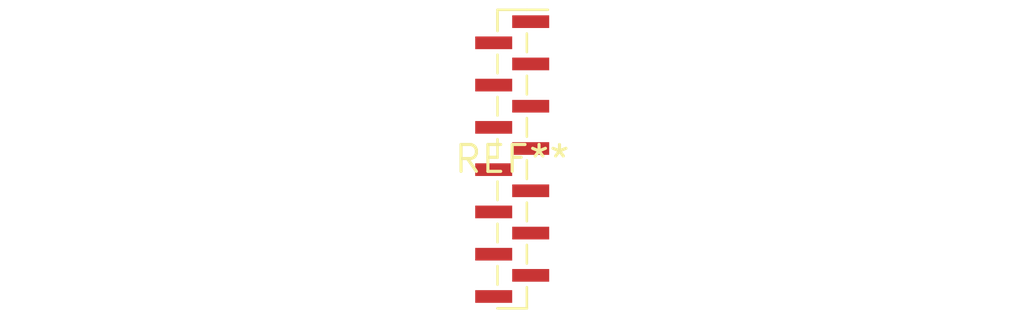
<source format=kicad_pcb>
(kicad_pcb (version 20240108) (generator pcbnew)
  (layers (0 "F.Cu" signal) (31 "B.Cu" signal) (34 "B.Paste" user) (35 "F.Paste" user) (36 "B.SilkS" user "B.Silkscreen") (37 "F.SilkS" user "F.Silkscreen") (38 "B.Mask" user) (39 "F.Mask" user) (44 "Edge.Cuts" user))
  (net 0 "")
  (footprint "PinHeader_1x14_P1.00mm_Vertical_SMD_Pin1Right" (layer "F.Cu") (at 0 0)
    (property "Reference" "REF**")
    (property "Value" "PinHeader_1x14_P1.00mm_Vertical_SMD_Pin1Right")
    (fp_line (start -0.695 -7.06) (end -0.695 -6.06) (layer "F.SilkS") (stroke (width 0.12)))
    (fp_line (start -0.695 -7.06) (end 0.695 -7.06) (layer "F.SilkS") (stroke (width 0.12)))
    (fp_line (start -0.695 -6.94) (end -0.695 -6.06) (layer "F.SilkS") (stroke (width 0.12)))
    (fp_line (start -0.695 -4.94) (end -0.695 -4.06) (layer "F.SilkS") (stroke (width 0.12)))
    (fp_line (start -0.695 -2.94) (end -0.695 -2.06) (layer "F.SilkS") (stroke (width 0.12)))
    (fp_line (start -0.695 -0.94) (end -0.695 -0.06) (layer "F.SilkS") (stroke (width 0.12)))
    (fp_line (start -0.695 1.06) (end -0.695 1.94) (layer "F.SilkS") (stroke (width 0.12)))
    (fp_line (start -0.695 3.06) (end -0.695 3.94) (layer "F.SilkS") (stroke (width 0.12)))
    (fp_line (start -0.695 5.06) (end -0.695 5.94) (layer "F.SilkS") (stroke (width 0.12)))
    (fp_line (start -0.695 7.06) (end -0.695 7.06) (layer "F.SilkS") (stroke (width 0.12)))
    (fp_line (start -0.695 7.06) (end 0.695 7.06) (layer "F.SilkS") (stroke (width 0.12)))
    (fp_line (start 0.695 -7.06) (end 0.695 -7.06) (layer "F.SilkS") (stroke (width 0.12)))
    (fp_line (start 0.695 -7.06) (end 1.69 -7.06) (layer "F.SilkS") (stroke (width 0.12)))
    (fp_line (start 0.695 -5.94) (end 0.695 -5.06) (layer "F.SilkS") (stroke (width 0.12)))
    (fp_line (start 0.695 -3.94) (end 0.695 -3.06) (layer "F.SilkS") (stroke (width 0.12)))
    (fp_line (start 0.695 -1.94) (end 0.695 -1.06) (layer "F.SilkS") (stroke (width 0.12)))
    (fp_line (start 0.695 0.06) (end 0.695 0.94) (layer "F.SilkS") (stroke (width 0.12)))
    (fp_line (start 0.695 2.06) (end 0.695 2.94) (layer "F.SilkS") (stroke (width 0.12)))
    (fp_line (start 0.695 4.06) (end 0.695 4.94) (layer "F.SilkS") (stroke (width 0.12)))
    (fp_line (start 0.695 6.06) (end 0.695 7.06) (layer "F.SilkS") (stroke (width 0.12)))
    (pad "1" smd rect (at 0.875 -6.5) (size 1.75 0.6) (layers "F.Cu" "F.Paste" "F.Mask"))
    (pad "2" smd rect (at -0.875 -5.5) (size 1.75 0.6) (layers "F.Cu" "F.Paste" "F.Mask"))
    (pad "3" smd rect (at 0.875 -4.5) (size 1.75 0.6) (layers "F.Cu" "F.Paste" "F.Mask"))
    (pad "4" smd rect (at -0.875 -3.5) (size 1.75 0.6) (layers "F.Cu" "F.Paste" "F.Mask"))
    (pad "5" smd rect (at 0.875 -2.5) (size 1.75 0.6) (layers "F.Cu" "F.Paste" "F.Mask"))
    (pad "6" smd rect (at -0.875 -1.5) (size 1.75 0.6) (layers "F.Cu" "F.Paste" "F.Mask"))
    (pad "7" smd rect (at 0.875 -0.5) (size 1.75 0.6) (layers "F.Cu" "F.Paste" "F.Mask"))
    (pad "8" smd rect (at -0.875 0.5) (size 1.75 0.6) (layers "F.Cu" "F.Paste" "F.Mask"))
    (pad "9" smd rect (at 0.875 1.5) (size 1.75 0.6) (layers "F.Cu" "F.Paste" "F.Mask"))
    (pad "10" smd rect (at -0.875 2.5) (size 1.75 0.6) (layers "F.Cu" "F.Paste" "F.Mask"))
    (pad "11" smd rect (at 0.875 3.5) (size 1.75 0.6) (layers "F.Cu" "F.Paste" "F.Mask"))
    (pad "12" smd rect (at -0.875 4.5) (size 1.75 0.6) (layers "F.Cu" "F.Paste" "F.Mask"))
    (pad "13" smd rect (at 0.875 5.5) (size 1.75 0.6) (layers "F.Cu" "F.Paste" "F.Mask"))
    (pad "14" smd rect (at -0.875 6.5) (size 1.75 0.6) (layers "F.Cu" "F.Paste" "F.Mask"))
  )
)
</source>
